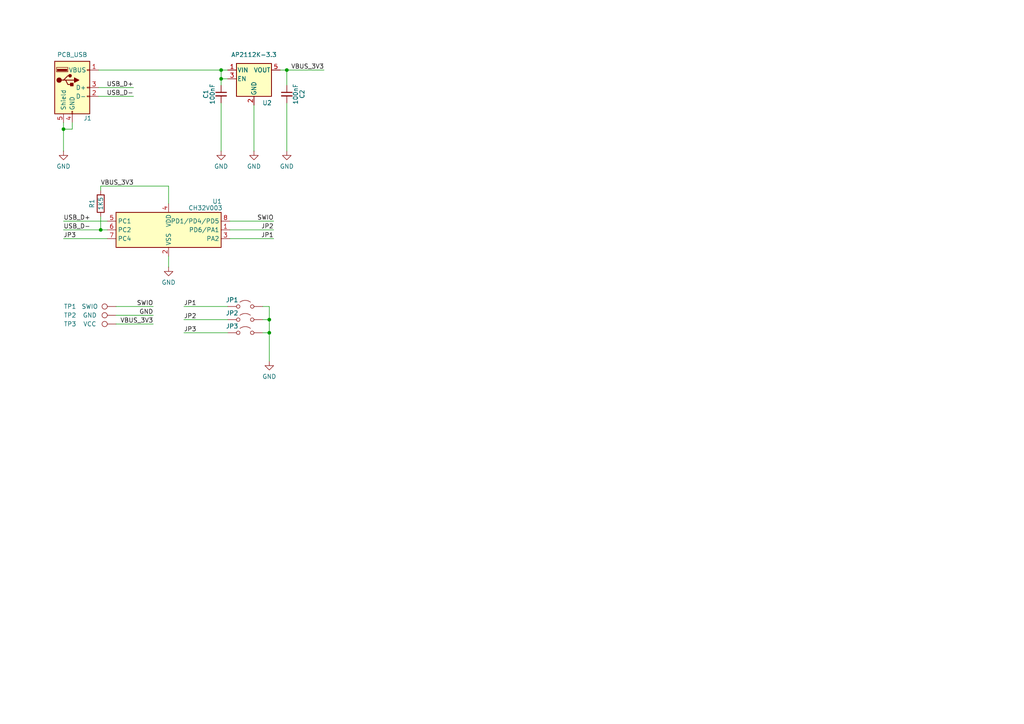
<source format=kicad_sch>
(kicad_sch (version 20231120) (generator "eeschema") (generator_version "8.0")
  (paper "A4")
  (title_block (title "Insomniac Mouse") (date "2025-01-12") (rev "MkI") (company "ADBeta") (comment 1 "A Simple CH32V003 HID Mouse Device that moves randomly on the screen") (comment 2 "USB-A Built in to the PCB. SOP-8 Flip-Chip for compact size"))
  (lib_symbols
    (symbol "Connector:TestPoint" (pin_numbers hide) (pin_names (offset 0.762) hide)
      (property "Reference" "TP" (at 0 6.858 0))
      (property "Value" "TestPoint" (at 0 5.08 0))
      (symbol "TestPoint_0_1"
        (circle (center 0 3.302) (radius 0.762))
      )
      (symbol "TestPoint_1_1"
        (pin passive line (at 0 0 90) (length 2.54) (name "1") (number "1"))
      )
    )
    (symbol "Connector:USB_A" (pin_names (offset 1.016))
      (property "Reference" "J" (at -5.08 11.43 0))
      (property "Value" "USB_A" (at -5.08 8.89 0))
      (symbol "USB_A_0_1"
        (rectangle (start -5.08 -7.62) (end 5.08 7.62) (stroke (width 0.254)) (fill (type background)))
        (circle (center -3.81 2.159) (radius 0.635) (stroke (width 0.254)) (fill (type outline)))
        (rectangle (start -1.524 4.826) (end -4.318 5.334) (fill (type outline)))
        (rectangle (start -1.27 4.572) (end -4.572 5.842))
        (circle (center -0.635 3.429) (radius 0.381) (stroke (width 0.254)) (fill (type outline)))
        (rectangle (start -0.127 -7.62) (end 0.127 -6.858))
        (polyline (pts (xy -3.175 2.159) (xy -2.54 2.159) (xy -1.27 3.429) (xy -0.635 3.429)) (stroke (width 0.254)))
        (polyline (pts (xy -2.54 2.159) (xy -1.905 2.159) (xy -1.27 0.889) (xy 0 0.889)) (stroke (width 0.254)))
        (polyline (pts (xy 0.635 2.794) (xy 0.635 1.524) (xy 1.905 2.159) (xy 0.635 2.794)) (stroke (width 0.254)) (fill (type outline)))
        (rectangle (start 0.254 1.27) (end -0.508 0.508) (stroke (width 0.254)) (fill (type outline)))
        (rectangle (start 5.08 -2.667) (end 4.318 -2.413))
        (rectangle (start 5.08 -0.127) (end 4.318 0.127))
        (rectangle (start 5.08 4.953) (end 4.318 5.207))
      )
      (symbol "USB_A_1_1"
        (polyline (pts (xy -1.905 2.159) (xy 0.635 2.159)) (stroke (width 0.254)))
        (pin power_in line (at 7.62 5.08 180) (length 2.54) (name "VBUS") (number "1"))
        (pin bidirectional line (at 7.62 -2.54 180) (length 2.54) (name "D-") (number "2"))
        (pin bidirectional line (at 7.62 0 180) (length 2.54) (name "D+") (number "3"))
        (pin power_in line (at 0 -10.16 90) (length 2.54) (name "GND") (number "4"))
        (pin passive line (at -2.54 -10.16 90) (length 2.54) (name "Shield") (number "5"))
      )
    )
    (symbol "Device:C_Small" (pin_numbers hide) (pin_names (offset 0.254) hide)
      (property "Reference" "C" (at 0.254 1.778 0))
      (property "Value" "C_Small" (at 0.254 -2.032 0))
      (symbol "C_Small_0_1"
        (polyline (pts (xy -1.524 -0.508) (xy 1.524 -0.508)) (stroke (width 0.3302)))
        (polyline (pts (xy -1.524 0.508) (xy 1.524 0.508)) (stroke (width 0.3048)))
      )
      (symbol "C_Small_1_1"
        (pin passive line (at 0 2.54 270) (length 2.032) (name "~") (number "1"))
        (pin passive line (at 0 -2.54 90) (length 2.032) (name "~") (number "2"))
      )
    )
    (symbol "Device:R" (pin_numbers hide) (pin_names (offset 0))
      (property "Reference" "R" (at 2.032 0 90))
      (property "Value" "R" (at 0 0 90))
      (symbol "R_0_1"
        (rectangle (start -1.016 -2.54) (end 1.016 2.54) (stroke (width 0.254)))
      )
      (symbol "R_1_1"
        (pin passive line (at 0 3.81 270) (length 1.27) (name "~") (number "1"))
        (pin passive line (at 0 -3.81 90) (length 1.27) (name "~") (number "2"))
      )
    )
    (symbol "Jumper:Jumper_2_Open" (pin_numbers hide) (pin_names (offset 0) hide) (exclude_from_sim yes)
      (property "Reference" "JP" (at 0 2.794 0))
      (property "Value" "Jumper_2_Open" (at 0 -2.286 0))
      (symbol "Jumper_2_Open_0_0"
        (circle (center -2.032 0) (radius 0.508))
        (circle (center 2.032 0) (radius 0.508))
      )
      (symbol "Jumper_2_Open_0_1"
        (arc (start 1.524 1.27) (mid 0 1.778) (end -1.524 1.27))
      )
      (symbol "Jumper_2_Open_1_1"
        (pin passive line (at -5.08 0 0) (length 2.54) (name "A") (number "1"))
        (pin passive line (at 5.08 0 180) (length 2.54) (name "B") (number "2"))
      )
    )
    (symbol "MCU_WCH_CH32V0:CH32V003JxMx"
      (property "Reference" "U" (at -15.24 7.62 0))
      (property "Value" "CH32V003JxMx" (at 15.24 7.62 0))
      (symbol "CH32V003JxMx_1_1"
        (rectangle (start -15.24 5.08) (end 15.24 -5.08) (stroke (width 0.254)) (fill (type background)))
        (pin bidirectional line (at 17.78 0 180) (length 2.54) (name "PD6/PA1") (number "1"))
        (pin power_in line (at 0 -7.62 90) (length 2.54) (name "VSS") (number "2"))
        (pin bidirectional line (at 17.78 -2.54 180) (length 2.54) (name "PA2") (number "3"))
        (pin power_in line (at 0 7.62 270) (length 2.54) (name "VDD") (number "4"))
        (pin bidirectional line (at -17.78 2.54 0) (length 2.54) (name "PC1") (number "5"))
        (pin bidirectional line (at -17.78 0 0) (length 2.54) (name "PC2") (number "6"))
        (pin bidirectional line (at -17.78 -2.54 0) (length 2.54) (name "PC4") (number "7"))
        (pin bidirectional line (at 17.78 2.54 180) (length 2.54) (name "PD1/PD4/PD5") (number "8"))
      )
    )
    (symbol "Regulator_Linear:AP2112K-3.3" (pin_names (offset 0.254))
      (property "Reference" "U" (at -5.08 5.715 0))
      (property "Value" "AP2112K-3.3" (at 0 5.715 0))
      (symbol "AP2112K-3.3_0_1"
        (rectangle (start -5.08 4.445) (end 5.08 -5.08) (stroke (width 0.254)) (fill (type background)))
      )
      (symbol "AP2112K-3.3_1_1"
        (pin power_in line (at -7.62 2.54 0) (length 2.54) (name "VIN") (number "1"))
        (pin power_in line (at 0 -7.62 90) (length 2.54) (name "GND") (number "2"))
        (pin input line (at -7.62 0 0) (length 2.54) (name "EN") (number "3"))
        (pin no_connect line (at 5.08 0 180) (length 2.54) hide (name "NC") (number "4"))
        (pin power_out line (at 7.62 2.54 180) (length 2.54) (name "VOUT") (number "5"))
      )
    )
    (symbol "power:GND" (power) (pin_numbers hide) (pin_names (offset 0) hide)
      (property "Value" "GND" (at 0 -3.81 0))
      (symbol "GND_0_1"
        (polyline (pts (xy 0 0) (xy 0 -1.27) (xy 1.27 -1.27) (xy 0 -2.54) (xy -1.27 -1.27) (xy 0 -1.27)))
      )
      (symbol "GND_1_1"
        (pin power_in line (at 0 0 270) (length 0) (name "~") (number "1"))
      )
    )
  )
  (junction (at 64.135 20.32))
  (junction (at 78.105 96.52))
  (junction (at 83.185 20.32))
  (junction (at 64.135 22.86))
  (junction (at 29.21 66.675))
  (junction (at 78.105 92.71))
  (junction (at 18.415 37.465))
  (wire (pts (xy 83.185 20.32) (xy 83.185 24.765)))
  (wire (pts (xy 76.2 88.9) (xy 78.105 88.9)))
  (wire (pts (xy 53.34 88.9) (xy 66.04 88.9)))
  (wire (pts (xy 66.675 69.215) (xy 79.375 69.215)))
  (wire (pts (xy 18.415 35.56) (xy 18.415 37.465)))
  (wire (pts (xy 18.415 64.135) (xy 31.115 64.135)))
  (wire (pts (xy 73.66 30.48) (xy 73.66 43.815)))
  (wire (pts (xy 18.415 69.215) (xy 31.115 69.215)))
  (wire (pts (xy 48.895 53.975) (xy 48.895 59.055)))
  (wire (pts (xy 66.675 64.135) (xy 79.375 64.135)))
  (wire (pts (xy 83.185 29.845) (xy 83.185 43.815)))
  (wire (pts (xy 18.415 37.465) (xy 20.955 37.465)))
  (wire (pts (xy 29.21 66.675) (xy 31.115 66.675)))
  (wire (pts (xy 28.575 20.32) (xy 64.135 20.32)))
  (wire (pts (xy 28.575 27.94) (xy 38.735 27.94)))
  (wire (pts (xy 83.185 20.32) (xy 93.98 20.32)))
  (wire (pts (xy 28.575 25.4) (xy 38.735 25.4)))
  (wire (pts (xy 78.105 92.71) (xy 78.105 96.52)))
  (wire (pts (xy 66.04 20.32) (xy 64.135 20.32)))
  (wire (pts (xy 78.105 96.52) (xy 76.2 96.52)))
  (wire (pts (xy 29.21 53.975) (xy 48.895 53.975)))
  (wire (pts (xy 18.415 66.675) (xy 29.21 66.675)))
  (wire (pts (xy 64.135 22.86) (xy 66.04 22.86)))
  (wire (pts (xy 48.895 74.295) (xy 48.895 77.47)))
  (wire (pts (xy 66.675 66.675) (xy 79.375 66.675)))
  (wire (pts (xy 29.21 62.865) (xy 29.21 66.675)))
  (wire (pts (xy 64.135 22.86) (xy 64.135 24.765)))
  (wire (pts (xy 29.21 53.975) (xy 29.21 55.245)))
  (wire (pts (xy 33.655 91.44) (xy 44.45 91.44)))
  (wire (pts (xy 78.105 88.9) (xy 78.105 92.71)))
  (wire (pts (xy 64.135 20.32) (xy 64.135 22.86)))
  (wire (pts (xy 33.655 93.98) (xy 44.45 93.98)))
  (wire (pts (xy 81.28 20.32) (xy 83.185 20.32)))
  (wire (pts (xy 64.135 29.845) (xy 64.135 43.815)))
  (wire (pts (xy 33.655 88.9) (xy 44.45 88.9)))
  (wire (pts (xy 53.34 92.71) (xy 66.04 92.71)))
  (wire (pts (xy 18.415 37.465) (xy 18.415 43.815)))
  (wire (pts (xy 53.34 96.52) (xy 66.04 96.52)))
  (wire (pts (xy 76.2 92.71) (xy 78.105 92.71)))
  (wire (pts (xy 78.105 96.52) (xy 78.105 104.775)))
  (wire (pts (xy 20.955 35.56) (xy 20.955 37.465)))
  (label "SWIO" (at 79.375 64.135 180))
  (label "VBUS_3V3" (at 44.45 93.98 180))
  (label "VBUS_3V3" (at 29.21 53.975 0))
  (label "JP1" (at 53.34 88.9 0))
  (label "USB_D-" (at 38.735 27.94 180))
  (label "VBUS_3V3" (at 93.98 20.32 180))
  (label "JP3" (at 53.34 96.52 0))
  (label "JP2" (at 53.34 92.71 0))
  (label "JP3" (at 18.415 69.215 0))
  (label "GND" (at 44.45 91.44 180))
  (label "USB_D+" (at 38.735 25.4 180))
  (label "JP2" (at 79.375 66.675 180))
  (label "USB_D-" (at 18.415 66.675 0))
  (label "USB_D+" (at 18.415 64.135 0))
  (label "JP1" (at 79.375 69.215 180))
  (label "SWIO" (at 44.45 88.9 180))
  (symbol (lib_id "Connector:TestPoint") (at 33.655 88.9 90) (unit 1)
    (property "Reference" "TP1" (at 20.32 88.9 90))
    (property "Value" "SWIO" (at 26.035 88.9 90))
    (property "Footprint" "TestPoint:TestPoint_Pad_D1.0mm" (effects (hide yes)))
    (property "Description" "test point" (effects (hide yes)))
  )
  (symbol (lib_id "power:GND") (at 78.105 104.775 0) (unit 1)
    (property "Reference" "#PWR06" (effects (hide yes)))
    (property "Value" "GND" (at 78.105 109.22 0))
    (property "Description" "Power symbol creates a global label with name \"GND\" , ground" (effects (hide yes)))
  )
  (symbol (lib_id "Device:C_Small") (at 83.185 27.305 0) (unit 1)
    (property "Reference" "C2" (at 87.63 27.305 90))
    (property "Value" "100nF" (at 85.725 27.305 90))
    (property "Footprint" "Capacitor_SMD:C_0603_1608Metric_Pad1.08x0.95mm_HandSolder" (effects (hide yes)))
    (property "Description" "Unpolarized capacitor, small symbol" (effects (hide yes)))
  )
  (symbol (lib_id "Jumper:Jumper_2_Open") (at 71.12 92.71 0) (unit 1) (exclude_from_sim yes)
    (property "Reference" "JP2" (at 67.31 90.805 0))
    (property "Value" "JP2" (at 67.31 90.805 0))
    (property "Footprint" "Jumper:SolderJumper-2_P1.3mm_Open_RoundedPad1.0x1.5mm" (effects (hide yes)))
    (property "Description" "Jumper, 2-pole, open" (effects (hide yes)))
  )
  (symbol (lib_id "power:GND") (at 83.185 43.815 0) (unit 1)
    (property "Reference" "#PWR05" (effects (hide yes)))
    (property "Value" "GND" (at 83.185 48.26 0))
    (property "Description" "Power symbol creates a global label with name \"GND\" , ground" (effects (hide yes)))
  )
  (symbol (lib_id "Connector:TestPoint") (at 33.655 93.98 90) (unit 1)
    (property "Reference" "TP3" (at 20.32 93.98 90))
    (property "Value" "VCC" (at 26.035 93.98 90))
    (property "Footprint" "TestPoint:TestPoint_Pad_D1.0mm" (effects (hide yes)))
    (property "Description" "test point" (effects (hide yes)))
  )
  (symbol (lib_id "Device:C_Small") (at 64.135 27.305 0) (unit 1)
    (property "Reference" "C1" (at 59.69 27.305 90))
    (property "Value" "100nF" (at 61.595 27.305 90))
    (property "Footprint" "Capacitor_SMD:C_0603_1608Metric_Pad1.08x0.95mm_HandSolder" (effects (hide yes)))
    (property "Description" "Unpolarized capacitor, small symbol" (effects (hide yes)))
  )
  (symbol (lib_id "power:GND") (at 73.66 43.815 0) (unit 1)
    (property "Reference" "#PWR03" (effects (hide yes)))
    (property "Value" "GND" (at 73.66 48.26 0))
    (property "Description" "Power symbol creates a global label with name \"GND\" , ground" (effects (hide yes)))
  )
  (symbol (lib_id "power:GND") (at 18.415 43.815 0) (unit 1)
    (property "Reference" "#PWR01" (effects (hide yes)))
    (property "Value" "GND" (at 18.415 48.26 0))
    (property "Description" "Power symbol creates a global label with name \"GND\" , ground" (effects (hide yes)))
  )
  (symbol (lib_id "power:GND") (at 64.135 43.815 0) (unit 1)
    (property "Reference" "#PWR04" (effects (hide yes)))
    (property "Value" "GND" (at 64.135 48.26 0))
    (property "Description" "Power symbol creates a global label with name \"GND\" , ground" (effects (hide yes)))
  )
  (symbol (lib_id "Device:R") (at 29.21 59.055 180) (unit 1)
    (property "Reference" "R1" (at 26.67 59.055 90))
    (property "Value" "1K5" (at 29.21 59.055 90))
    (property "Footprint" "Resistor_SMD:R_0603_1608Metric_Pad0.98x0.95mm_HandSolder" (effects (hide yes)))
    (property "Description" "Resistor" (effects (hide yes)))
  )
  (symbol (lib_id "Jumper:Jumper_2_Open") (at 71.12 88.9 0) (unit 1) (exclude_from_sim yes)
    (property "Reference" "JP1" (at 67.31 86.995 0))
    (property "Value" "JP1" (at 67.31 86.995 0))
    (property "Footprint" "Jumper:SolderJumper-2_P1.3mm_Open_RoundedPad1.0x1.5mm" (effects (hide yes)))
    (property "Description" "Jumper, 2-pole, open" (effects (hide yes)))
  )
  (symbol (lib_id "Regulator_Linear:AP2112K-3.3") (at 73.66 22.86 0) (unit 1)
    (property "Reference" "U2" (at 77.47 29.845 0))
    (property "Value" "AP2112K-3.3" (at 73.66 15.875 0))
    (property "Footprint" "Package_TO_SOT_SMD:SOT-23-5" (effects (hide yes)))
    (property "Datasheet" "https://www.diodes.com/assets/Datasheets/AP2112.pdf" (effects (hide yes)))
    (property "Description" "600mA low dropout linear regulator, with enable pin, 3.8V-6V input voltage range, 3.3V fixed positive output, SOT-23-5" (effects (hide yes)))
  )
  (symbol (lib_id "MCU_WCH_CH32V0:CH32V003JxMx") (at 48.895 66.675 0) (unit 1)
    (property "Reference" "U1" (at 61.595 58.42 0) (effects (justify left)))
    (property "Value" "CH32V003" (at 54.61 60.325 0) (effects (justify left)))
    (property "Footprint" "Package_SO:SOP-8_3.9x4.9mm_P1.27mm" (effects (hide yes)))
    (property "Datasheet" "https://www.wch-ic.com/products/CH32V003.html" (effects (hide yes)))
    (property "Description" "CH32V003 series are industrial-grade general-purpose microcontrollers designed based on 32-bit RISC-V instruction set and architecture. It adopts QingKe V2A core, RV32EC instruction set, and supports 2 levels of interrupt nesting. The series are mounted with rich peripheral interfaces and function modules. Its internal organizational structure meets the low-cost and low-power embedded application scenarios." (effects (hide yes)))
  )
  (symbol (lib_id "Connector:TestPoint") (at 33.655 91.44 90) (unit 1)
    (property "Reference" "TP2" (at 20.32 91.44 90))
    (property "Value" "GND" (at 26.035 91.44 90))
    (property "Footprint" "TestPoint:TestPoint_Pad_D1.0mm" (effects (hide yes)))
    (property "Description" "test point" (effects (hide yes)))
  )
  (symbol (lib_id "Jumper:Jumper_2_Open") (at 71.12 96.52 0) (unit 1) (exclude_from_sim yes)
    (property "Reference" "JP3" (at 67.31 94.615 0))
    (property "Value" "JP3" (at 67.31 94.615 0))
    (property "Footprint" "Jumper:SolderJumper-2_P1.3mm_Open_RoundedPad1.0x1.5mm" (effects (hide yes)))
    (property "Description" "Jumper, 2-pole, open" (effects (hide yes)))
  )
  (symbol (lib_id "Connector:USB_A") (at 20.955 25.4 0) (unit 1)
    (property "Reference" "J1" (at 25.4 34.29 0))
    (property "Value" "PCB_USB" (at 20.955 15.875 0))
    (property "Footprint" "Footprints:PCB_USB_A" (effects (hide yes)))
    (property "Description" "USB Type A connector" (effects (hide yes)))
  )
  (symbol (lib_id "power:GND") (at 48.895 77.47 0) (unit 1)
    (property "Reference" "#PWR02" (effects (hide yes)))
    (property "Value" "GND" (at 48.895 81.915 0))
    (property "Description" "Power symbol creates a global label with name \"GND\" , ground" (effects (hide yes)))
  )
)
</source>
